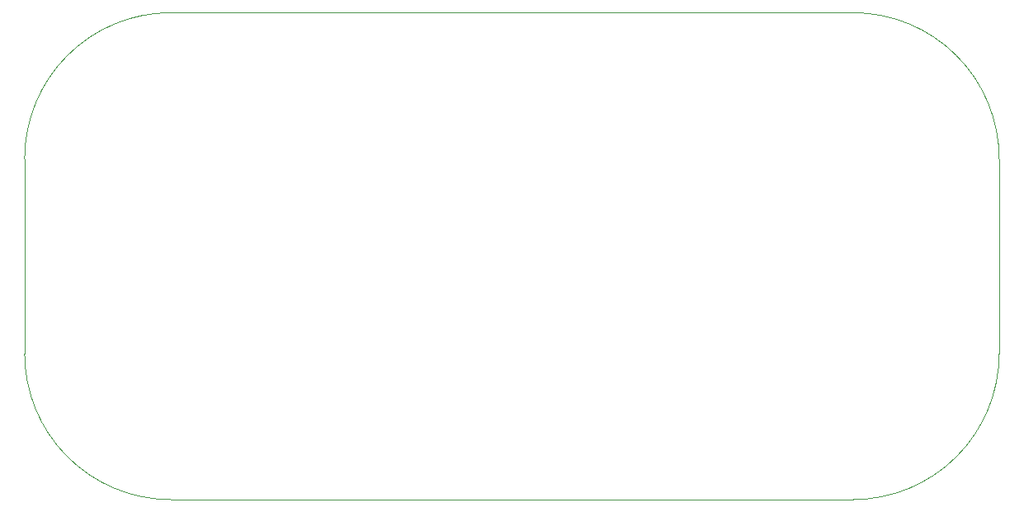
<source format=gbr>
%TF.GenerationSoftware,KiCad,Pcbnew,9.0.3*%
%TF.CreationDate,2025-07-31T20:43:01+07:00*%
%TF.ProjectId,DIY Gamepad,44495920-4761-46d6-9570-61642e6b6963,rev?*%
%TF.SameCoordinates,Original*%
%TF.FileFunction,Profile,NP*%
%FSLAX46Y46*%
G04 Gerber Fmt 4.6, Leading zero omitted, Abs format (unit mm)*
G04 Created by KiCad (PCBNEW 9.0.3) date 2025-07-31 20:43:01*
%MOMM*%
%LPD*%
G01*
G04 APERTURE LIST*
%TA.AperFunction,Profile*%
%ADD10C,0.050000*%
%TD*%
G04 APERTURE END LIST*
D10*
X187149973Y-77850012D02*
G75*
G02*
X202149988Y-92850012I27J-14999988D01*
G01*
X187149973Y-127850012D02*
X117149973Y-127850012D01*
X117149973Y-77850012D02*
X187149973Y-77850012D01*
X102149973Y-112850012D02*
X102149973Y-92850012D01*
X202149973Y-112850012D02*
G75*
G02*
X187149973Y-127849973I-14999973J12D01*
G01*
X202149973Y-92850012D02*
X202149973Y-112850012D01*
X117149973Y-127850012D02*
G75*
G02*
X102149968Y-112850012I-3J15000002D01*
G01*
X102149973Y-92850012D02*
G75*
G02*
X117149973Y-77850013I14999977J22D01*
G01*
M02*

</source>
